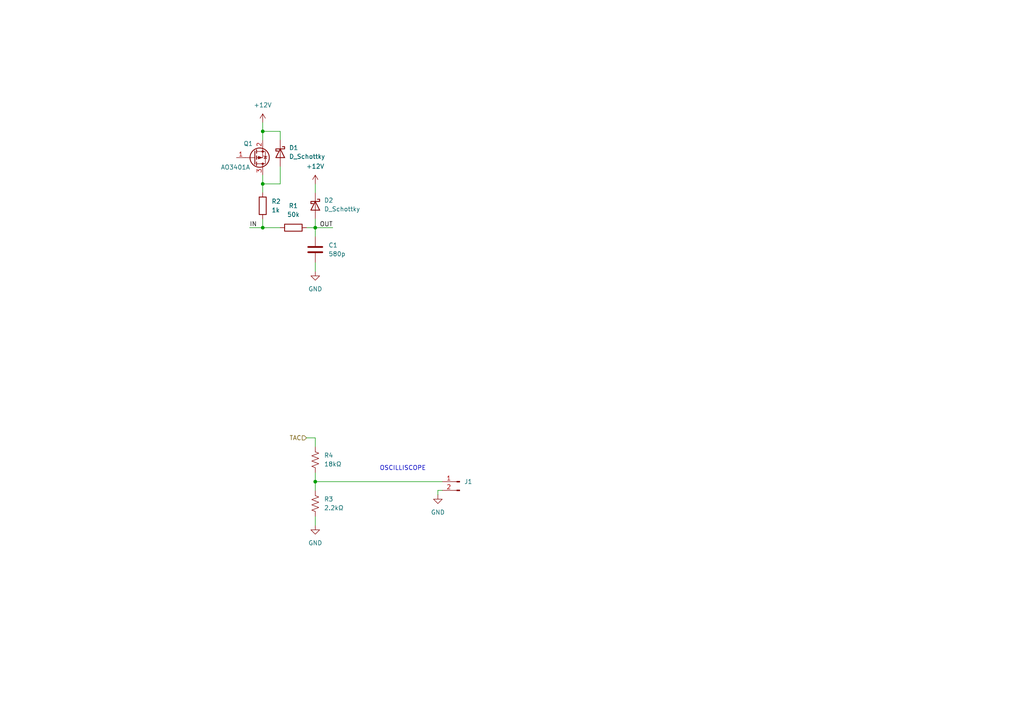
<source format=kicad_sch>
(kicad_sch (version 20231120) (generator "eeschema") (generator_version "8.0")
  (paper "A4")
  (lib_symbols
    (symbol "Connector:Conn_01x02_Pin" (pin_names (offset 1.016) hide)
      (property "Reference" "J" (at 0 2.54 0))
      (property "Value" "Conn_01x02_Pin" (at 0 -5.08 0))
      (symbol "Conn_01x02_Pin_1_1"
        (polyline (pts (xy 1.27 -2.54) (xy 0.8636 -2.54)) (stroke (width 0.1524)))
        (polyline (pts (xy 1.27 0) (xy 0.8636 0)) (stroke (width 0.1524)))
        (rectangle (start 0.8636 -2.413) (end 0 -2.667) (stroke (width 0.1524)) (fill (type outline)))
        (rectangle (start 0.8636 0.127) (end 0 -0.127) (stroke (width 0.1524)) (fill (type outline)))
        (pin passive line (at 5.08 0 180) (length 3.81) (name "Pin_1") (number "1"))
        (pin passive line (at 5.08 -2.54 180) (length 3.81) (name "Pin_2") (number "2"))
      )
    )
    (symbol "Device:C" (pin_numbers hide) (pin_names (offset 0.254))
      (property "Reference" "C" (at 0.635 2.54 0))
      (property "Value" "C" (at 0.635 -2.54 0))
      (symbol "C_0_1"
        (polyline (pts (xy -2.032 -0.762) (xy 2.032 -0.762)) (stroke (width 0.508)))
        (polyline (pts (xy -2.032 0.762) (xy 2.032 0.762)) (stroke (width 0.508)))
      )
      (symbol "C_1_1"
        (pin passive line (at 0 3.81 270) (length 2.794) (name "~") (number "1"))
        (pin passive line (at 0 -3.81 90) (length 2.794) (name "~") (number "2"))
      )
    )
    (symbol "Device:D_Schottky" (pin_numbers hide) (pin_names (offset 1.016) hide)
      (property "Reference" "D" (at 0 2.54 0))
      (property "Value" "D_Schottky" (at 0 -2.54 0))
      (symbol "D_Schottky_0_1"
        (polyline (pts (xy 1.27 0) (xy -1.27 0)))
        (polyline (pts (xy 1.27 1.27) (xy 1.27 -1.27) (xy -1.27 0) (xy 1.27 1.27)) (stroke (width 0.254)))
        (polyline (pts (xy -1.905 0.635) (xy -1.905 1.27) (xy -1.27 1.27) (xy -1.27 -1.27) (xy -0.635 -1.27) (xy -0.635 -0.635)) (stroke (width 0.254)))
      )
      (symbol "D_Schottky_1_1"
        (pin passive line (at -3.81 0 0) (length 2.54) (name "K") (number "1"))
        (pin passive line (at 3.81 0 180) (length 2.54) (name "A") (number "2"))
      )
    )
    (symbol "Device:R" (pin_numbers hide) (pin_names (offset 0))
      (property "Reference" "R" (at 2.032 0 90))
      (property "Value" "R" (at 0 0 90))
      (symbol "R_0_1"
        (rectangle (start -1.016 -2.54) (end 1.016 2.54) (stroke (width 0.254)))
      )
      (symbol "R_1_1"
        (pin passive line (at 0 3.81 270) (length 1.27) (name "~") (number "1"))
        (pin passive line (at 0 -3.81 90) (length 1.27) (name "~") (number "2"))
      )
    )
    (symbol "Device:R_US" (pin_numbers hide) (pin_names (offset 0))
      (property "Reference" "R" (at 2.54 0 90))
      (property "Value" "R_US" (at -2.54 0 90))
      (symbol "R_US_0_1"
        (polyline (pts (xy 0 -2.286) (xy 0 -2.54)))
        (polyline (pts (xy 0 2.286) (xy 0 2.54)))
        (polyline (pts (xy 0 -0.762) (xy 1.016 -1.143) (xy 0 -1.524) (xy -1.016 -1.905) (xy 0 -2.286)))
        (polyline (pts (xy 0 0.762) (xy 1.016 0.381) (xy 0 0) (xy -1.016 -0.381) (xy 0 -0.762)))
        (polyline (pts (xy 0 2.286) (xy 1.016 1.905) (xy 0 1.524) (xy -1.016 1.143) (xy 0 0.762)))
      )
      (symbol "R_US_1_1"
        (pin passive line (at 0 3.81 270) (length 1.27) (name "~") (number "1"))
        (pin passive line (at 0 -3.81 90) (length 1.27) (name "~") (number "2"))
      )
    )
    (symbol "Transistor_FET:AO3401A" (pin_names hide)
      (property "Reference" "Q" (at 5.08 1.905 0))
      (property "Value" "AO3401A" (at 5.08 0 0))
      (symbol "AO3401A_0_1"
        (polyline (pts (xy 0.254 0) (xy -2.54 0)))
        (polyline (pts (xy 0.254 1.905) (xy 0.254 -1.905)) (stroke (width 0.254)))
        (polyline (pts (xy 0.762 -1.27) (xy 0.762 -2.286)) (stroke (width 0.254)))
        (polyline (pts (xy 0.762 0.508) (xy 0.762 -0.508)) (stroke (width 0.254)))
        (polyline (pts (xy 0.762 2.286) (xy 0.762 1.27)) (stroke (width 0.254)))
        (polyline (pts (xy 2.54 2.54) (xy 2.54 1.778)))
        (polyline (pts (xy 2.54 -2.54) (xy 2.54 0) (xy 0.762 0)))
        (polyline (pts (xy 0.762 1.778) (xy 3.302 1.778) (xy 3.302 -1.778) (xy 0.762 -1.778)))
        (polyline (pts (xy 2.286 0) (xy 1.27 0.381) (xy 1.27 -0.381) (xy 2.286 0)) (fill (type outline)))
        (polyline (pts (xy 2.794 -0.508) (xy 2.921 -0.381) (xy 3.683 -0.381) (xy 3.81 -0.254)))
        (polyline (pts (xy 3.302 -0.381) (xy 2.921 0.254) (xy 3.683 0.254) (xy 3.302 -0.381)))
        (circle (center 1.651 0) (radius 2.794) (stroke (width 0.254)))
        (circle (center 2.54 -1.778) (radius 0.254) (fill (type outline)))
        (circle (center 2.54 1.778) (radius 0.254) (fill (type outline)))
      )
      (symbol "AO3401A_1_1"
        (pin input line (at -5.08 0 0) (length 2.54) (name "G") (number "1"))
        (pin passive line (at 2.54 -5.08 90) (length 2.54) (name "S") (number "2"))
        (pin passive line (at 2.54 5.08 270) (length 2.54) (name "D") (number "3"))
      )
    )
    (symbol "power:+12V" (power) (pin_numbers hide) (pin_names (offset 0) hide)
      (property "Value" "+12V" (at 0 3.556 0))
      (symbol "+12V_0_1"
        (polyline (pts (xy -0.762 1.27) (xy 0 2.54)))
        (polyline (pts (xy 0 0) (xy 0 2.54)))
        (polyline (pts (xy 0 2.54) (xy 0.762 1.27)))
      )
      (symbol "+12V_1_1"
        (pin power_in line (at 0 0 90) (length 0) (name "~") (number "1"))
      )
    )
    (symbol "power:GND" (power) (pin_numbers hide) (pin_names (offset 0) hide)
      (property "Value" "GND" (at 0 -3.81 0))
      (symbol "GND_0_1"
        (polyline (pts (xy 0 0) (xy 0 -1.27) (xy 1.27 -1.27) (xy 0 -2.54) (xy -1.27 -1.27) (xy 0 -1.27)))
      )
      (symbol "GND_1_1"
        (pin power_in line (at 0 0 270) (length 0) (name "~") (number "1"))
      )
    )
  )
  (junction (at 91.44 66.04))
  (junction (at 76.2 53.34))
  (junction (at 76.2 38.1))
  (junction (at 76.2 66.04))
  (junction (at 91.44 139.7))
  (wire (pts (xy 81.28 48.26) (xy 81.28 53.34)))
  (wire (pts (xy 76.2 50.8) (xy 76.2 53.34)))
  (wire (pts (xy 72.39 66.04) (xy 76.2 66.04)))
  (wire (pts (xy 91.44 127) (xy 91.44 129.54)))
  (wire (pts (xy 76.2 35.56) (xy 76.2 38.1)))
  (wire (pts (xy 81.28 53.34) (xy 76.2 53.34)))
  (wire (pts (xy 91.44 53.34) (xy 91.44 55.88)))
  (wire (pts (xy 91.44 139.7) (xy 91.44 142.24)))
  (wire (pts (xy 91.44 66.04) (xy 96.52 66.04)))
  (wire (pts (xy 127 143.51) (xy 127 142.24)))
  (wire (pts (xy 91.44 137.16) (xy 91.44 139.7)))
  (wire (pts (xy 76.2 66.04) (xy 81.28 66.04)))
  (wire (pts (xy 91.44 139.7) (xy 128.27 139.7)))
  (wire (pts (xy 91.44 63.5) (xy 91.44 66.04)))
  (wire (pts (xy 91.44 66.04) (xy 91.44 68.58)))
  (wire (pts (xy 88.9 127) (xy 91.44 127)))
  (wire (pts (xy 76.2 53.34) (xy 76.2 55.88)))
  (wire (pts (xy 76.2 63.5) (xy 76.2 66.04)))
  (wire (pts (xy 91.44 149.86) (xy 91.44 152.4)))
  (wire (pts (xy 81.28 38.1) (xy 76.2 38.1)))
  (wire (pts (xy 91.44 76.2) (xy 91.44 78.74)))
  (wire (pts (xy 88.9 66.04) (xy 91.44 66.04)))
  (wire (pts (xy 127 142.24) (xy 128.27 142.24)))
  (wire (pts (xy 81.28 40.64) (xy 81.28 38.1)))
  (wire (pts (xy 76.2 38.1) (xy 76.2 40.64)))
  (text "OSCILLISCOPE" (at 116.84 135.89 0) (effects (font (size 1.27 1.27))))
  (label "OUT" (at 92.71 66.04 0))
  (label "IN" (at 72.39 66.04 0))
  (hierarchical_label "TAC" (shape input) (at 88.9 127 180))
  (symbol (lib_id "Connector:Conn_01x02_Pin") (at 133.35 139.7 0) (mirror y) (unit 1)
    (property "Reference" "J1" (at 134.62 139.6999 0) (effects (justify right)))
    (property "Value" "Conn_01x02_Pin" (effects (hide yes)))
    (property "Description" "Generic connector, single row, 01x02, script generated" (effects (hide yes)))
  )
  (symbol (lib_id "power:+12V") (at 76.2 35.56 0) (unit 1)
    (property "Reference" "#PWR01" (effects (hide yes)))
    (property "Value" "+12V" (at 76.2 30.48 0))
    (property "Description" "Power symbol creates a global label with name \"+12V\"" (effects (hide yes)))
  )
  (symbol (lib_id "power:GND") (at 127 143.51 0) (unit 1)
    (property "Reference" "#PWR06" (effects (hide yes)))
    (property "Value" "GND" (at 127 148.59 0))
    (property "Description" "Power symbol creates a global label with name \"GND\" , ground" (effects (hide yes)))
  )
  (symbol (lib_id "power:+12V") (at 91.44 53.34 0) (unit 1)
    (property "Reference" "#PWR03" (effects (hide yes)))
    (property "Value" "+12V" (at 91.44 48.26 0))
    (property "Description" "Power symbol creates a global label with name \"+12V\"" (effects (hide yes)))
  )
  (symbol (lib_id "Device:R_US") (at 91.44 146.05 180) (unit 1)
    (property "Reference" "R3" (at 93.98 144.7799 0) (effects (justify right)))
    (property "Value" "2.2kΩ" (at 93.98 147.3199 0) (effects (justify right)))
    (property "Description" "Resistor, US symbol" (effects (hide yes)))
  )
  (symbol (lib_id "power:GND") (at 91.44 152.4 0) (unit 1)
    (property "Reference" "#PWR05" (effects (hide yes)))
    (property "Value" "GND" (at 91.44 157.48 0))
    (property "Description" "Power symbol creates a global label with name \"GND\" , ground" (effects (hide yes)))
  )
  (symbol (lib_id "Transistor_FET:AO3401A") (at 73.66 45.72 0) (mirror x) (unit 1)
    (property "Reference" "Q1" (at 70.612 41.656 0) (effects (justify left)))
    (property "Value" "AO3401A" (at 64.008 48.514 0) (effects (justify left)))
    (property "Footprint" "Package_TO_SOT_SMD:SOT-23" (effects (hide yes)))
    (property "Datasheet" "http://www.aosmd.com/pdfs/datasheet/AO3401A.pdf" (effects (hide yes)))
    (property "Description" "-4.0A Id, -30V Vds, P-Channel MOSFET, SOT-23" (effects (hide yes)))
  )
  (symbol (lib_id "Device:R") (at 85.09 66.04 90) (unit 1)
    (property "Reference" "R1" (at 85.09 59.69 90))
    (property "Value" "50k" (at 85.09 62.23 90))
    (property "Description" "Resistor" (effects (hide yes)))
  )
  (symbol (lib_id "Device:R_US") (at 91.44 133.35 180) (unit 1)
    (property "Reference" "R4" (at 93.98 132.0799 0) (effects (justify right)))
    (property "Value" "18kΩ" (at 93.98 134.6199 0) (effects (justify right)))
    (property "Description" "Resistor, US symbol" (effects (hide yes)))
  )
  (symbol (lib_id "power:GND") (at 91.44 78.74 0) (unit 1)
    (property "Reference" "#PWR02" (effects (hide yes)))
    (property "Value" "GND" (at 91.44 83.82 0))
    (property "Description" "Power symbol creates a global label with name \"GND\" , ground" (effects (hide yes)))
  )
  (symbol (lib_id "Device:C") (at 91.44 72.39 0) (unit 1)
    (property "Reference" "C1" (at 95.25 71.1199 0) (effects (justify left)))
    (property "Value" "580p" (at 95.25 73.6599 0) (effects (justify left)))
    (property "Description" "Unpolarized capacitor" (effects (hide yes)))
  )
  (symbol (lib_id "Device:D_Schottky") (at 81.28 44.45 270) (unit 1)
    (property "Reference" "D1" (at 83.82 42.8624 90) (effects (justify left)))
    (property "Value" "D_Schottky" (at 83.82 45.4024 90) (effects (justify left)))
    (property "Description" "Schottky diode" (effects (hide yes)))
  )
  (symbol (lib_id "Device:R") (at 76.2 59.69 180) (unit 1)
    (property "Reference" "R2" (at 78.74 58.4199 0) (effects (justify right)))
    (property "Value" "1k" (at 78.74 60.9599 0) (effects (justify right)))
    (property "Description" "Resistor" (effects (hide yes)))
  )
  (symbol (lib_id "Device:D_Schottky") (at 91.44 59.69 270) (unit 1)
    (property "Reference" "D2" (at 93.98 58.1024 90) (effects (justify left)))
    (property "Value" "D_Schottky" (at 93.98 60.6424 90) (effects (justify left)))
    (property "Description" "Schottky diode" (effects (hide yes)))
  )
)
</source>
